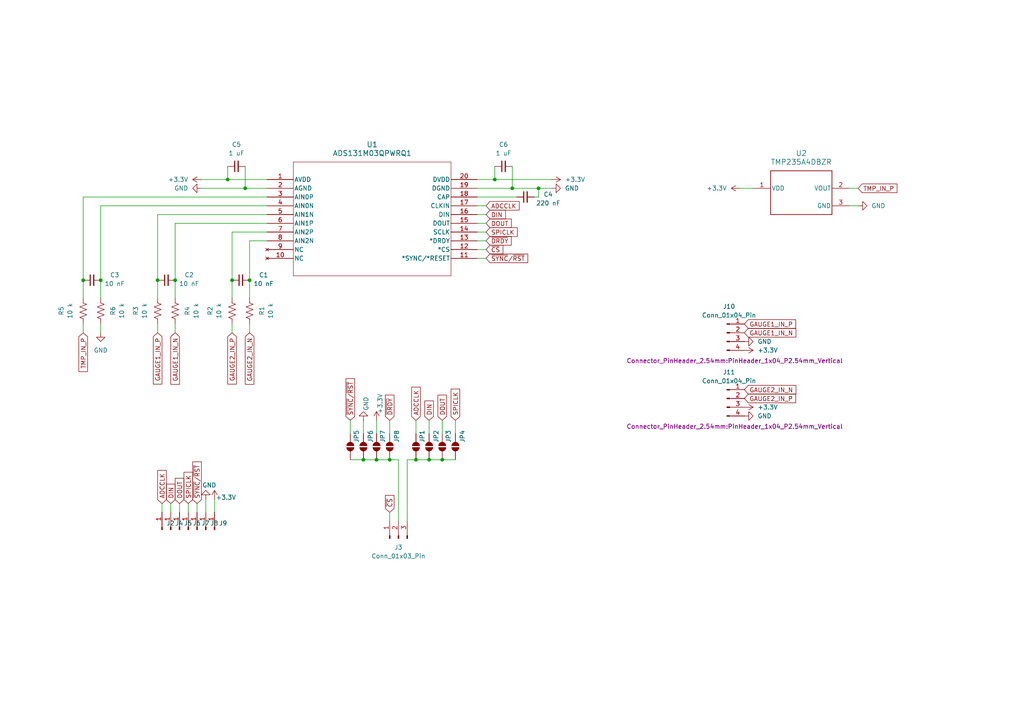
<source format=kicad_sch>
(kicad_sch (version 20250114) (generator "eeschema") (generator_version "9.0")
  (paper "A4")
  (lib_symbols
    (symbol "Connector:Conn_01x01_Pin" (pin_names (offset 1.016) (hide yes))
      (property "Reference" "J" (at 0 2.54 0))
      (property "Value" "Conn_01x01_Pin" (at 0 -2.54 0))
      (symbol "Conn_01x01_Pin_1_1"
        (rectangle (start 0.8636 0.127) (end 0 -0.127) (stroke (width 0.1524)) (fill (type outline)))
        (polyline (pts (xy 1.27 0) (xy 0.8636 0)) (stroke (width 0.1524)))
        (pin passive line (at 5.08 0 180) (length 3.81) (name "Pin_1") (number "1"))
      )
    )
    (symbol "Connector:Conn_01x03_Pin" (pin_names (offset 1.016) (hide yes))
      (property "Reference" "J" (at 0 5.08 0))
      (property "Value" "Conn_01x03_Pin" (at 0 -5.08 0))
      (symbol "Conn_01x03_Pin_1_1"
        (rectangle (start 0.8636 2.667) (end 0 2.413) (stroke (width 0.1524)) (fill (type outline)))
        (rectangle (start 0.8636 0.127) (end 0 -0.127) (stroke (width 0.1524)) (fill (type outline)))
        (rectangle (start 0.8636 -2.413) (end 0 -2.667) (stroke (width 0.1524)) (fill (type outline)))
        (polyline (pts (xy 1.27 2.54) (xy 0.8636 2.54)) (stroke (width 0.1524)))
        (polyline (pts (xy 1.27 0) (xy 0.8636 0)) (stroke (width 0.1524)))
        (polyline (pts (xy 1.27 -2.54) (xy 0.8636 -2.54)) (stroke (width 0.1524)))
        (pin passive line (at 5.08 2.54 180) (length 3.81) (name "Pin_1") (number "1"))
        (pin passive line (at 5.08 0 180) (length 3.81) (name "Pin_2") (number "2"))
        (pin passive line (at 5.08 -2.54 180) (length 3.81) (name "Pin_3") (number "3"))
      )
    )
    (symbol "Connector:Conn_01x04_Pin" (pin_names (offset 1.016) (hide yes))
      (property "Reference" "J" (at 0 5.08 0))
      (property "Value" "Conn_01x04_Pin" (at 0 -7.62 0))
      (symbol "Conn_01x04_Pin_1_1"
        (rectangle (start 0.8636 2.667) (end 0 2.413) (stroke (width 0.1524)) (fill (type outline)))
        (rectangle (start 0.8636 0.127) (end 0 -0.127) (stroke (width 0.1524)) (fill (type outline)))
        (rectangle (start 0.8636 -2.413) (end 0 -2.667) (stroke (width 0.1524)) (fill (type outline)))
        (rectangle (start 0.8636 -4.953) (end 0 -5.207) (stroke (width 0.1524)) (fill (type outline)))
        (polyline (pts (xy 1.27 2.54) (xy 0.8636 2.54)) (stroke (width 0.1524)))
        (polyline (pts (xy 1.27 0) (xy 0.8636 0)) (stroke (width 0.1524)))
        (polyline (pts (xy 1.27 -2.54) (xy 0.8636 -2.54)) (stroke (width 0.1524)))
        (polyline (pts (xy 1.27 -5.08) (xy 0.8636 -5.08)) (stroke (width 0.1524)))
        (pin passive line (at 5.08 2.54 180) (length 3.81) (name "Pin_1") (number "1"))
        (pin passive line (at 5.08 0 180) (length 3.81) (name "Pin_2") (number "2"))
        (pin passive line (at 5.08 -2.54 180) (length 3.81) (name "Pin_3") (number "3"))
        (pin passive line (at 5.08 -5.08 180) (length 3.81) (name "Pin_4") (number "4"))
      )
    )
    (symbol "Device:C_Small" (pin_numbers (hide yes)) (pin_names (offset 0.254) (hide yes))
      (property "Reference" "C" (at 0.254 1.778 0))
      (property "Value" "C_Small" (at 0.254 -2.032 0))
      (symbol "C_Small_0_1"
        (polyline (pts (xy -1.524 0.508) (xy 1.524 0.508)) (stroke (width 0.3048)))
        (polyline (pts (xy -1.524 -0.508) (xy 1.524 -0.508)) (stroke (width 0.3302)))
      )
      (symbol "C_Small_1_1"
        (pin passive line (at 0 2.54 270) (length 2.032) (name "~") (number "1"))
        (pin passive line (at 0 -2.54 90) (length 2.032) (name "~") (number "2"))
      )
    )
    (symbol "Device:R_US" (pin_numbers (hide yes)) (pin_names (offset 0))
      (property "Reference" "R" (at 2.54 0 90))
      (property "Value" "R_US" (at -2.54 0 90))
      (symbol "R_US_0_1"
        (polyline (pts (xy 0 2.286) (xy 0 2.54)))
        (polyline (pts (xy 0 2.286) (xy 1.016 1.905) (xy 0 1.524) (xy -1.016 1.143) (xy 0 0.762)))
        (polyline (pts (xy 0 0.762) (xy 1.016 0.381) (xy 0 0) (xy -1.016 -0.381) (xy 0 -0.762)))
        (polyline (pts (xy 0 -0.762) (xy 1.016 -1.143) (xy 0 -1.524) (xy -1.016 -1.905) (xy 0 -2.286)))
        (polyline (pts (xy 0 -2.286) (xy 0 -2.54)))
      )
      (symbol "R_US_1_1"
        (pin passive line (at 0 3.81 270) (length 1.27) (name "~") (number "1"))
        (pin passive line (at 0 -3.81 90) (length 1.27) (name "~") (number "2"))
      )
    )
    (symbol "FinLib:ADS131M03QPWRQ1" (pin_names (offset 0.254))
      (property "Reference" "U1" (at 30.48 10.16 0))
      (property "Value" "ADS131M03QPWRQ1" (at 30.48 7.62 0))
      (symbol "ADS131M03QPWRQ1_0_1"
        (polyline (pts (xy 7.62 5.08) (xy 7.62 -27.94)) (stroke (width 0.127)))
        (polyline (pts (xy 7.62 -27.94) (xy 53.34 -27.94)) (stroke (width 0.127)))
        (polyline (pts (xy 53.34 5.08) (xy 7.62 5.08)) (stroke (width 0.127)))
        (polyline (pts (xy 53.34 -27.94) (xy 53.34 5.08)) (stroke (width 0.127)))
        (pin power_in line (at 0 0 0) (length 7.62) (name "AVDD") (number "1"))
        (pin power_out line (at 0 -2.54 0) (length 7.62) (name "AGND") (number "2"))
        (pin unspecified line (at 0 -5.08 0) (length 7.62) (name "AIN0P") (number "3"))
        (pin unspecified line (at 0 -7.62 0) (length 7.62) (name "AIN0N") (number "4"))
        (pin unspecified line (at 0 -10.16 0) (length 7.62) (name "AIN1N") (number "5"))
        (pin unspecified line (at 0 -12.7 0) (length 7.62) (name "AIN1P") (number "6"))
        (pin unspecified line (at 0 -15.24 0) (length 7.62) (name "AIN2P") (number "7"))
        (pin unspecified line (at 0 -17.78 0) (length 7.62) (name "AIN2N") (number "8"))
        (pin no_connect line (at 0 -20.32 0) (length 7.62) (name "NC") (number "9"))
        (pin no_connect line (at 0 -22.86 0) (length 7.62) (name "NC") (number "10"))
        (pin power_out line (at 60.96 -2.54 180) (length 7.62) (name "DGND") (number "19"))
        (pin unspecified line (at 60.96 -5.08 180) (length 7.62) (name "CAP") (number "18"))
        (pin input line (at 60.96 -7.62 180) (length 7.62) (name "CLKIN") (number "17"))
        (pin input line (at 60.96 -10.16 180) (length 7.62) (name "DIN") (number "16"))
        (pin output line (at 60.96 -12.7 180) (length 7.62) (name "DOUT") (number "15"))
        (pin input line (at 60.96 -15.24 180) (length 7.62) (name "SCLK") (number "14"))
        (pin output line (at 60.96 -17.78 180) (length 7.62) (name "*DRDY") (number "13"))
        (pin input line (at 60.96 -20.32 180) (length 7.62) (name "*CS") (number "12"))
        (pin input line (at 60.96 -22.86 180) (length 7.62) (name "*SYNC/*RESET") (number "11"))
      )
      (symbol "ADS131M03QPWRQ1_1_1"
        (pin power_in line (at 60.96 0 180) (length 7.62) (name "DVDD") (number "20"))
      )
    )
    (symbol "FinLib:TMP235A4DBZR" (pin_names (offset 0.254))
      (property "Reference" "U" (at 0 2.54 0))
      (property "Value" "TMP235A4DBZR" (at 0 0 0))
      (symbol "TMP235A4DBZR_0_1"
        (polyline (pts (xy 5.08 5.08) (xy 5.08 -7.62)) (stroke (width 0.2032)))
        (polyline (pts (xy 5.08 -7.62) (xy 22.86 -7.62)) (stroke (width 0.2032)))
        (polyline (pts (xy 22.86 5.08) (xy 5.08 5.08)) (stroke (width 0.2032)))
        (polyline (pts (xy 22.86 -7.62) (xy 22.86 5.08)) (stroke (width 0.2032)))
        (pin power_in line (at 0 0 0) (length 5.08) (name "VDD") (number "1"))
        (pin unspecified line (at 27.94 0 180) (length 5.08) (name "VOUT") (number "2"))
        (pin power_in line (at 27.94 -5.08 180) (length 5.08) (name "GND") (number "3"))
      )
    )
    (symbol "Jumper:SolderJumper_2_Open" (pin_numbers (hide yes)) (pin_names (offset 0) (hide yes)) (in_bom no)
      (property "Reference" "JP" (at 0 2.032 0))
      (property "Value" "SolderJumper_2_Open" (at 0 -2.54 0))
      (symbol "SolderJumper_2_Open_0_1"
        (polyline (pts (xy -0.254 1.016) (xy -0.254 -1.016)))
        (arc (start -0.254 -1.016) (mid -1.2656 0) (end -0.254 1.016))
        (arc (start -0.254 -1.016) (mid -1.2656 0) (end -0.254 1.016) (fill (type outline)))
        (arc (start 0.254 1.016) (mid 1.2656 0) (end 0.254 -1.016))
        (arc (start 0.254 1.016) (mid 1.2656 0) (end 0.254 -1.016) (fill (type outline)))
        (polyline (pts (xy 0.254 1.016) (xy 0.254 -1.016)))
      )
      (symbol "SolderJumper_2_Open_1_1"
        (pin passive line (at -3.81 0 0) (length 2.54) (name "A") (number "1"))
        (pin passive line (at 3.81 0 180) (length 2.54) (name "B") (number "2"))
      )
    )
    (symbol "power:+3.3V" (power) (pin_numbers (hide yes)) (pin_names (offset 0) (hide yes))
      (property "Value" "+3.3V" (at 0 3.556 0))
      (symbol "+3.3V_0_1"
        (polyline (pts (xy -0.762 1.27) (xy 0 2.54)))
        (polyline (pts (xy 0 2.54) (xy 0.762 1.27)))
        (polyline (pts (xy 0 0) (xy 0 2.54)))
      )
      (symbol "+3.3V_1_1"
        (pin power_in line (at 0 0 90) (length 0) (name "~") (number "1"))
      )
    )
    (symbol "power:GND" (power) (pin_numbers (hide yes)) (pin_names (offset 0) (hide yes))
      (property "Value" "GND" (at 0 -3.81 0))
      (symbol "GND_0_1"
        (polyline (pts (xy 0 0) (xy 0 -1.27) (xy 1.27 -1.27) (xy 0 -2.54) (xy -1.27 -1.27) (xy 0 -1.27)))
      )
      (symbol "GND_1_1"
        (pin power_in line (at 0 0 270) (length 0) (name "~") (number "1"))
      )
    )
  )
  (junction (at 128.27 133.35))
  (junction (at 71.12 54.61))
  (junction (at 148.59 54.61))
  (junction (at 66.04 52.07))
  (junction (at 113.03 133.35))
  (junction (at 72.39 81.28))
  (junction (at 124.46 133.35))
  (junction (at 24.13 81.28))
  (junction (at 143.51 52.07))
  (junction (at 105.41 133.35))
  (junction (at 156.21 54.61))
  (junction (at 120.65 133.35))
  (junction (at 67.31 81.28))
  (junction (at 50.8 81.28))
  (junction (at 29.21 81.28))
  (junction (at 45.72 81.28))
  (junction (at 109.22 133.35))
  (wire (pts (xy 128.27 121.92) (xy 128.27 125.73)))
  (wire (pts (xy 115.57 133.35) (xy 115.57 151.13)))
  (wire (pts (xy 29.21 81.28) (xy 29.21 86.36)))
  (wire (pts (xy 138.43 72.39) (xy 140.97 72.39)))
  (wire (pts (xy 138.43 69.85) (xy 140.97 69.85)))
  (wire (pts (xy 113.03 148.59) (xy 113.03 151.13)))
  (wire (pts (xy 59.69 144.78) (xy 59.69 148.59)))
  (wire (pts (xy 138.43 64.77) (xy 140.97 64.77)))
  (wire (pts (xy 24.13 81.28) (xy 24.13 57.15)))
  (wire (pts (xy 24.13 57.15) (xy 77.47 57.15)))
  (wire (pts (xy 52.07 146.05) (xy 52.07 148.59)))
  (wire (pts (xy 71.12 48.26) (xy 71.12 54.61)))
  (wire (pts (xy 138.43 74.93) (xy 140.97 74.93)))
  (wire (pts (xy 113.03 133.35) (xy 115.57 133.35)))
  (wire (pts (xy 66.04 52.07) (xy 77.47 52.07)))
  (wire (pts (xy 138.43 59.69) (xy 140.97 59.69)))
  (wire (pts (xy 118.11 133.35) (xy 120.65 133.35)))
  (wire (pts (xy 29.21 93.98) (xy 29.21 96.52)))
  (wire (pts (xy 58.42 54.61) (xy 71.12 54.61)))
  (wire (pts (xy 50.8 81.28) (xy 50.8 86.36)))
  (wire (pts (xy 77.47 69.85) (xy 72.39 69.85)))
  (wire (pts (xy 156.21 57.15) (xy 156.21 54.61)))
  (wire (pts (xy 154.94 57.15) (xy 156.21 57.15)))
  (wire (pts (xy 72.39 69.85) (xy 72.39 81.28)))
  (wire (pts (xy 246.38 54.61) (xy 248.92 54.61)))
  (wire (pts (xy 120.65 133.35) (xy 124.46 133.35)))
  (wire (pts (xy 71.12 54.61) (xy 77.47 54.61)))
  (wire (pts (xy 77.47 67.31) (xy 67.31 67.31)))
  (wire (pts (xy 46.99 146.05) (xy 46.99 148.59)))
  (wire (pts (xy 24.13 93.98) (xy 24.13 96.52)))
  (wire (pts (xy 57.15 146.05) (xy 57.15 148.59)))
  (wire (pts (xy 138.43 67.31) (xy 140.97 67.31)))
  (wire (pts (xy 67.31 93.98) (xy 67.31 96.52)))
  (wire (pts (xy 109.22 121.92) (xy 109.22 125.73)))
  (wire (pts (xy 105.41 133.35) (xy 109.22 133.35)))
  (wire (pts (xy 124.46 133.35) (xy 128.27 133.35)))
  (wire (pts (xy 45.72 81.28) (xy 45.72 62.23)))
  (wire (pts (xy 138.43 52.07) (xy 143.51 52.07)))
  (wire (pts (xy 67.31 67.31) (xy 67.31 81.28)))
  (wire (pts (xy 58.42 52.07) (xy 66.04 52.07)))
  (wire (pts (xy 138.43 54.61) (xy 148.59 54.61)))
  (wire (pts (xy 49.53 146.05) (xy 49.53 148.59)))
  (wire (pts (xy 101.6 121.92) (xy 101.6 125.73)))
  (wire (pts (xy 138.43 57.15) (xy 149.86 57.15)))
  (wire (pts (xy 143.51 52.07) (xy 160.02 52.07)))
  (wire (pts (xy 29.21 81.28) (xy 29.21 59.69)))
  (wire (pts (xy 101.6 133.35) (xy 105.41 133.35)))
  (wire (pts (xy 45.72 81.28) (xy 45.72 86.36)))
  (wire (pts (xy 45.72 62.23) (xy 77.47 62.23)))
  (wire (pts (xy 50.8 81.28) (xy 50.8 64.77)))
  (wire (pts (xy 156.21 54.61) (xy 160.02 54.61)))
  (wire (pts (xy 143.51 48.26) (xy 143.51 52.07)))
  (wire (pts (xy 50.8 93.98) (xy 50.8 96.52)))
  (wire (pts (xy 113.03 121.92) (xy 113.03 125.73)))
  (wire (pts (xy 118.11 133.35) (xy 118.11 151.13)))
  (wire (pts (xy 124.46 121.92) (xy 124.46 125.73)))
  (wire (pts (xy 148.59 48.26) (xy 148.59 54.61)))
  (wire (pts (xy 246.38 59.69) (xy 248.92 59.69)))
  (wire (pts (xy 62.23 144.78) (xy 62.23 148.59)))
  (wire (pts (xy 67.31 81.28) (xy 67.31 86.36)))
  (wire (pts (xy 54.61 146.05) (xy 54.61 148.59)))
  (wire (pts (xy 50.8 64.77) (xy 77.47 64.77)))
  (wire (pts (xy 105.41 121.92) (xy 105.41 125.73)))
  (wire (pts (xy 45.72 93.98) (xy 45.72 96.52)))
  (wire (pts (xy 138.43 62.23) (xy 140.97 62.23)))
  (wire (pts (xy 72.39 81.28) (xy 72.39 86.36)))
  (wire (pts (xy 29.21 59.69) (xy 77.47 59.69)))
  (wire (pts (xy 66.04 48.26) (xy 66.04 52.07)))
  (wire (pts (xy 128.27 133.35) (xy 132.08 133.35)))
  (wire (pts (xy 214.63 54.61) (xy 218.44 54.61)))
  (wire (pts (xy 72.39 93.98) (xy 72.39 96.52)))
  (wire (pts (xy 109.22 133.35) (xy 113.03 133.35)))
  (wire (pts (xy 132.08 121.92) (xy 132.08 125.73)))
  (wire (pts (xy 148.59 54.61) (xy 156.21 54.61)))
  (wire (pts (xy 24.13 81.28) (xy 24.13 86.36)))
  (wire (pts (xy 120.65 121.92) (xy 120.65 125.73)))
  (global_label "~{SYNC}{slash}~{RST}" (shape input) (at 101.6 121.92 90) (property "Intersheetrefs" "${INTERSHEET_REFS}" (effects (hide yes))))
  (global_label "DIN" (shape input) (at 140.97 62.23 0) (property "Intersheetrefs" "${INTERSHEET_REFS}" (effects (hide yes))))
  (global_label "~{CS}" (shape input) (at 113.03 148.59 90) (property "Intersheetrefs" "${INTERSHEET_REFS}" (effects (hide yes))))
  (global_label "ADCCLK" (shape input) (at 120.65 121.92 90) (property "Intersheetrefs" "${INTERSHEET_REFS}" (effects (hide yes))))
  (global_label "GAUGE2_IN_P" (shape input) (at 215.9 115.57 0) (property "Intersheetrefs" "${INTERSHEET_REFS}" (effects (hide yes))))
  (global_label "~{CS}" (shape input) (at 140.97 72.39 0) (property "Intersheetrefs" "${INTERSHEET_REFS}" (effects (hide yes))))
  (global_label "DOUT" (shape input) (at 128.27 121.92 90) (property "Intersheetrefs" "${INTERSHEET_REFS}" (effects (hide yes))))
  (global_label "~{SYNC}{slash}~{RST}" (shape input) (at 140.97 74.93 0) (property "Intersheetrefs" "${INTERSHEET_REFS}" (effects (hide yes))))
  (global_label "DOUT" (shape input) (at 52.07 146.05 90) (property "Intersheetrefs" "${INTERSHEET_REFS}" (effects (hide yes))))
  (global_label "~{DRDY}" (shape input) (at 140.97 69.85 0) (property "Intersheetrefs" "${INTERSHEET_REFS}" (effects (hide yes))))
  (global_label "~{DRDY}" (shape input) (at 113.03 121.92 90) (property "Intersheetrefs" "${INTERSHEET_REFS}" (effects (hide yes))))
  (global_label "SPICLK" (shape input) (at 54.61 146.05 90) (property "Intersheetrefs" "${INTERSHEET_REFS}" (effects (hide yes))))
  (global_label "DIN" (shape input) (at 49.53 146.05 90) (property "Intersheetrefs" "${INTERSHEET_REFS}" (effects (hide yes))))
  (global_label "ADCCLK" (shape input) (at 140.97 59.69 0) (property "Intersheetrefs" "${INTERSHEET_REFS}" (effects (hide yes))))
  (global_label "GAUGE1_IN_N" (shape input) (at 215.9 96.52 0) (property "Intersheetrefs" "${INTERSHEET_REFS}" (effects (hide yes))))
  (global_label "TMP_IN_P" (shape input) (at 24.13 96.52 270) (property "Intersheetrefs" "${INTERSHEET_REFS}" (effects (hide yes))))
  (global_label "GAUGE1_IN_P" (shape input) (at 215.9 93.98 0) (property "Intersheetrefs" "${INTERSHEET_REFS}" (effects (hide yes))))
  (global_label "ADCCLK" (shape input) (at 46.99 146.05 90) (property "Intersheetrefs" "${INTERSHEET_REFS}" (effects (hide yes))))
  (global_label "GAUGE2_IN_N" (shape input) (at 72.39 96.52 270) (property "Intersheetrefs" "${INTERSHEET_REFS}" (effects (hide yes))))
  (global_label "SPICLK" (shape input) (at 132.08 121.92 90) (property "Intersheetrefs" "${INTERSHEET_REFS}" (effects (hide yes))))
  (global_label "GAUGE2_IN_N" (shape input) (at 215.9 113.03 0) (property "Intersheetrefs" "${INTERSHEET_REFS}" (effects (hide yes))))
  (global_label "DOUT" (shape input) (at 140.97 64.77 0) (property "Intersheetrefs" "${INTERSHEET_REFS}" (effects (hide yes))))
  (global_label "GAUGE1_IN_P" (shape input) (at 45.72 96.52 270) (property "Intersheetrefs" "${INTERSHEET_REFS}" (effects (hide yes))))
  (global_label "GAUGE1_IN_N" (shape input) (at 50.8 96.52 270) (property "Intersheetrefs" "${INTERSHEET_REFS}" (effects (hide yes))))
  (global_label "DIN" (shape input) (at 124.46 121.92 90) (property "Intersheetrefs" "${INTERSHEET_REFS}" (effects (hide yes))))
  (global_label "TMP_IN_P" (shape input) (at 248.92 54.61 0) (property "Intersheetrefs" "${INTERSHEET_REFS}" (effects (hide yes))))
  (global_label "GAUGE2_IN_P" (shape input) (at 67.31 96.52 270) (property "Intersheetrefs" "${INTERSHEET_REFS}" (effects (hide yes))))
  (global_label "SPICLK" (shape input) (at 140.97 67.31 0) (property "Intersheetrefs" "${INTERSHEET_REFS}" (effects (hide yes))))
  (global_label "~{SYNC}{slash}~{RST}" (shape input) (at 57.15 146.05 90) (property "Intersheetrefs" "${INTERSHEET_REFS}" (effects (hide yes))))
  (symbol (lib_id "power:GND") (at 105.41 121.92 180) (unit 1)
    (property "Reference" "#PWR011" (effects (hide yes)))
    (property "Value" "GND" (at 106.172 117.094 90))
    (property "Description" "Power symbol creates a global label with name \"GND\" , ground" (effects (hide yes)))
  )
  (symbol (lib_id "Connector:Conn_01x01_Pin") (at 62.23 153.67 90) (unit 1)
    (property "Reference" "J9" (at 63.5 151.7649 90) (effects (justify right)))
    (property "Value" "Conn_01x01_Pin" (effects (hide yes)))
    (property "Footprint" "Connector_PinHeader_2.54mm:PinHeader_1x01_P2.54mm_Vertical" (effects (hide yes)))
    (property "Description" "Generic connector, single row, 01x01, script generated" (effects (hide yes)))
  )
  (symbol (lib_id "Device:C_Small") (at 146.05 48.26 90) (unit 1)
    (property "Reference" "C6" (at 146.0563 41.91 90))
    (property "Value" "1 uF" (at 146.0563 44.45 90))
    (property "Footprint" "Capacitor_SMD:C_0603_1608Metric" (effects (hide yes)))
    (property "Description" "Unpolarized capacitor, small symbol" (effects (hide yes)))
  )
  (symbol (lib_id "power:GND") (at 160.02 54.61 90) (unit 1)
    (property "Reference" "#PWR03" (effects (hide yes)))
    (property "Value" "GND" (at 163.83 54.6099 90) (effects (justify right)))
    (property "Description" "Power symbol creates a global label with name \"GND\" , ground" (effects (hide yes)))
  )
  (symbol (lib_id "Connector:Conn_01x01_Pin") (at 52.07 153.67 90) (unit 1)
    (property "Reference" "J5" (at 53.34 151.7649 90) (effects (justify right)))
    (property "Value" "Conn_01x01_Pin" (effects (hide yes)))
    (property "Footprint" "Connector_PinHeader_2.54mm:PinHeader_1x01_P2.54mm_Vertical" (effects (hide yes)))
    (property "Description" "Generic connector, single row, 01x01, script generated" (effects (hide yes)))
  )
  (symbol (lib_id "Connector:Conn_01x01_Pin") (at 54.61 153.67 90) (unit 1)
    (property "Reference" "J6" (at 55.88 151.7649 90) (effects (justify right)))
    (property "Value" "Conn_01x01_Pin" (effects (hide yes)))
    (property "Footprint" "Connector_PinHeader_2.54mm:PinHeader_1x01_P2.54mm_Vertical" (effects (hide yes)))
    (property "Description" "Generic connector, single row, 01x01, script generated" (effects (hide yes)))
  )
  (symbol (lib_id "power:+3.3V") (at 109.22 121.92 0) (unit 1)
    (property "Reference" "#PWR012" (effects (hide yes)))
    (property "Value" "+3.3V" (at 110.236 117.094 90))
    (property "Description" "Power symbol creates a global label with name \"+3.3V\"" (effects (hide yes)))
  )
  (symbol (lib_id "power:+3.3V") (at 58.42 52.07 90) (unit 1)
    (property "Reference" "#PWR02" (effects (hide yes)))
    (property "Value" "+3.3V" (at 54.61 52.0699 90) (effects (justify left)))
    (property "Description" "Power symbol creates a global label with name \"+3.3V\"" (effects (hide yes)))
  )
  (symbol (lib_id "Jumper:SolderJumper_2_Open") (at 120.65 129.54 90) (unit 1) (in_bom no)
    (property "Reference" "JP1" (at 122.428 124.714 0) (effects (justify right)))
    (property "Value" "SolderJumper_2_Open" (effects (hide yes)))
    (property "Footprint" "Jumper:SolderJumper-2_P1.3mm_Open_RoundedPad1.0x1.5mm" (effects (hide yes)))
    (property "Description" "Solder Jumper, 2-pole, open" (effects (hide yes)))
  )
  (symbol (lib_id "power:GND") (at 58.42 54.61 270) (unit 1)
    (property "Reference" "#PWR01" (effects (hide yes)))
    (property "Value" "GND" (at 54.61 54.6099 90) (effects (justify right)))
    (property "Description" "Power symbol creates a global label with name \"GND\" , ground" (effects (hide yes)))
  )
  (symbol (lib_id "Jumper:SolderJumper_2_Open") (at 124.46 129.54 90) (unit 1) (in_bom no)
    (property "Reference" "JP2" (at 126.492 124.714 0) (effects (justify right)))
    (property "Value" "SolderJumper_2_Open" (effects (hide yes)))
    (property "Footprint" "Jumper:SolderJumper-2_P1.3mm_Open_RoundedPad1.0x1.5mm" (effects (hide yes)))
    (property "Description" "Solder Jumper, 2-pole, open" (effects (hide yes)))
  )
  (symbol (lib_id "Connector:Conn_01x01_Pin") (at 49.53 153.67 90) (unit 1)
    (property "Reference" "J4" (at 50.8 151.7649 90) (effects (justify right)))
    (property "Value" "Conn_01x01_Pin" (effects (hide yes)))
    (property "Footprint" "Connector_PinHeader_2.54mm:PinHeader_1x01_P2.54mm_Vertical" (effects (hide yes)))
    (property "Description" "Generic connector, single row, 01x01, script generated" (effects (hide yes)))
  )
  (symbol (lib_id "Connector:Conn_01x01_Pin") (at 57.15 153.67 90) (unit 1)
    (property "Reference" "J7" (at 58.42 151.7649 90) (effects (justify right)))
    (property "Value" "Conn_01x01_Pin" (effects (hide yes)))
    (property "Footprint" "Connector_PinHeader_2.54mm:PinHeader_1x01_P2.54mm_Vertical" (effects (hide yes)))
    (property "Description" "Generic connector, single row, 01x01, script generated" (effects (hide yes)))
  )
  (symbol (lib_id "power:GND") (at 215.9 120.65 90) (unit 1)
    (property "Reference" "#PWR015" (effects (hide yes)))
    (property "Value" "GND" (at 219.71 120.6499 90) (effects (justify right)))
    (property "Description" "Power symbol creates a global label with name \"GND\" , ground" (effects (hide yes)))
  )
  (symbol (lib_id "power:+3.3V") (at 62.23 144.78 0) (unit 1)
    (property "Reference" "#PWR010" (effects (hide yes)))
    (property "Value" "+3.3V" (at 65.532 144.272 0))
    (property "Description" "Power symbol creates a global label with name \"+3.3V\"" (effects (hide yes)))
  )
  (symbol (lib_id "Connector:Conn_01x01_Pin") (at 46.99 153.67 90) (unit 1)
    (property "Reference" "J2" (at 48.26 151.7649 90) (effects (justify right)))
    (property "Value" "Conn_01x01_Pin" (effects (hide yes)))
    (property "Footprint" "Connector_PinHeader_2.54mm:PinHeader_1x01_P2.54mm_Vertical" (effects (hide yes)))
    (property "Description" "Generic connector, single row, 01x01, script generated" (effects (hide yes)))
  )
  (symbol (lib_id "Jumper:SolderJumper_2_Open") (at 128.27 129.54 90) (unit 1) (in_bom no)
    (property "Reference" "JP3" (at 130.048 124.714 0) (effects (justify right)))
    (property "Value" "SolderJumper_2_Open" (effects (hide yes)))
    (property "Footprint" "Jumper:SolderJumper-2_P1.3mm_Open_RoundedPad1.0x1.5mm" (effects (hide yes)))
    (property "Description" "Solder Jumper, 2-pole, open" (effects (hide yes)))
  )
  (symbol (lib_id "Device:C_Small") (at 69.85 81.28 90) (unit 1)
    (property "Reference" "C1" (at 76.454 79.756 90))
    (property "Value" "10 nF" (at 76.454 82.296 90))
    (property "Footprint" "Capacitor_SMD:C_0603_1608Metric" (effects (hide yes)))
    (property "Description" "Unpolarized capacitor, small symbol" (effects (hide yes)))
  )
  (symbol (lib_id "Jumper:SolderJumper_2_Open") (at 132.08 129.54 90) (unit 1) (in_bom no)
    (property "Reference" "JP4" (at 134.112 124.714 0) (effects (justify right)))
    (property "Value" "SolderJumper_2_Open" (effects (hide yes)))
    (property "Footprint" "Jumper:SolderJumper-2_P1.3mm_Open_RoundedPad1.0x1.5mm" (effects (hide yes)))
    (property "Description" "Solder Jumper, 2-pole, open" (effects (hide yes)))
  )
  (symbol (lib_id "Device:C_Small") (at 26.67 81.28 90) (unit 1)
    (property "Reference" "C3" (at 33.274 79.756 90))
    (property "Value" "10 nF" (at 33.274 82.296 90))
    (property "Footprint" "Capacitor_SMD:C_0603_1608Metric" (effects (hide yes)))
    (property "Description" "Unpolarized capacitor, small symbol" (effects (hide yes)))
  )
  (symbol (lib_id "Device:C_Small") (at 48.26 81.28 90) (unit 1)
    (property "Reference" "C2" (at 54.864 79.756 90))
    (property "Value" "10 nF" (at 54.864 82.296 90))
    (property "Footprint" "Capacitor_SMD:C_0603_1608Metric" (effects (hide yes)))
    (property "Description" "Unpolarized capacitor, small symbol" (effects (hide yes)))
  )
  (symbol (lib_id "Connector:Conn_01x01_Pin") (at 59.69 153.67 90) (unit 1)
    (property "Reference" "J8" (at 60.96 151.7649 90) (effects (justify right)))
    (property "Value" "Conn_01x01_Pin" (effects (hide yes)))
    (property "Footprint" "Connector_PinHeader_2.54mm:PinHeader_1x01_P2.54mm_Vertical" (effects (hide yes)))
    (property "Description" "Generic connector, single row, 01x01, script generated" (effects (hide yes)))
  )
  (symbol (lib_id "power:+3.3V") (at 215.9 101.6 270) (unit 1)
    (property "Reference" "#PWR07" (effects (hide yes)))
    (property "Value" "+3.3V" (at 219.71 101.5999 90) (effects (justify left)))
    (property "Description" "Power symbol creates a global label with name \"+3.3V\"" (effects (hide yes)))
  )
  (symbol (lib_id "power:GND") (at 248.92 59.69 90) (unit 1)
    (property "Reference" "#PWR05" (effects (hide yes)))
    (property "Value" "GND" (at 252.73 59.6899 90) (effects (justify right)))
    (property "Description" "Power symbol creates a global label with name \"GND\" , ground" (effects (hide yes)))
  )
  (symbol (lib_id "FinLib:TMP235A4DBZR") (at 218.44 54.61 0) (unit 1)
    (property "Reference" "U2" (at 232.41 44.45 0) (effects (font (size 1.524 1.524))))
    (property "Value" "TMP235A4DBZR" (at 232.41 46.99 0) (effects (font (size 1.524 1.524))))
    (property "Footprint" "FinLib:TMP235A4DBZR" (effects (hide yes)))
    (property "Datasheet" "https://www.ti.com/lit/gpn/tmp235" (effects (hide yes)))
  )
  (symbol (lib_id "Device:R_US") (at 67.31 90.17 180) (unit 1)
    (property "Reference" "R2" (at 60.96 90.17 90))
    (property "Value" "10 k" (at 63.5 90.17 90))
    (property "Footprint" "Resistor_SMD:R_0603_1608Metric" (effects (hide yes)))
    (property "Description" "Resistor, US symbol" (effects (hide yes)))
  )
  (symbol (lib_id "power:+3.3V") (at 215.9 118.11 270) (unit 1)
    (property "Reference" "#PWR014" (effects (hide yes)))
    (property "Value" "+3.3V" (at 219.71 118.1099 90) (effects (justify left)))
    (property "Description" "Power symbol creates a global label with name \"+3.3V\"" (effects (hide yes)))
  )
  (symbol (lib_id "Connector:Conn_01x04_Pin") (at 210.82 115.57 0) (unit 1)
    (property "Reference" "J11" (at 211.455 107.95 0))
    (property "Value" "Conn_01x04_Pin" (at 211.455 110.49 0))
    (property "Footprint" "Connector_PinHeader_2.54mm:PinHeader_1x04_P2.54mm_Vertical" (at 213.106 123.698 0))
    (property "Description" "Generic connector, single row, 01x04, script generated" (effects (hide yes)))
  )
  (symbol (lib_id "Device:R_US") (at 50.8 90.17 0) (unit 1)
    (property "Reference" "R4" (at 54.356 90.17 90))
    (property "Value" "10 k" (at 56.896 90.17 90))
    (property "Footprint" "Resistor_SMD:R_0603_1608Metric" (effects (hide yes)))
    (property "Description" "Resistor, US symbol" (effects (hide yes)))
  )
  (symbol (lib_id "Device:R_US") (at 45.72 90.17 180) (unit 1)
    (property "Reference" "R3" (at 39.37 90.17 90))
    (property "Value" "10 k" (at 41.91 90.17 90))
    (property "Footprint" "Resistor_SMD:R_0603_1608Metric" (effects (hide yes)))
    (property "Description" "Resistor, US symbol" (effects (hide yes)))
  )
  (symbol (lib_id "Device:C_Small") (at 68.58 48.26 90) (unit 1)
    (property "Reference" "C5" (at 68.5863 41.91 90))
    (property "Value" "1 uF" (at 68.5863 44.45 90))
    (property "Footprint" "Capacitor_SMD:C_0603_1608Metric" (effects (hide yes)))
    (property "Description" "Unpolarized capacitor, small symbol" (effects (hide yes)))
  )
  (symbol (lib_id "Connector:Conn_01x04_Pin") (at 210.82 96.52 0) (unit 1)
    (property "Reference" "J10" (at 211.455 88.9 0))
    (property "Value" "Conn_01x04_Pin" (at 211.455 91.44 0))
    (property "Footprint" "Connector_PinHeader_2.54mm:PinHeader_1x04_P2.54mm_Vertical" (at 213.106 104.648 0))
    (property "Description" "Generic connector, single row, 01x04, script generated" (effects (hide yes)))
  )
  (symbol (lib_id "Jumper:SolderJumper_2_Open") (at 109.22 129.54 90) (unit 1) (in_bom no)
    (property "Reference" "JP7" (at 110.998 124.714 0) (effects (justify right)))
    (property "Value" "SolderJumper_2_Open" (effects (hide yes)))
    (property "Footprint" "Jumper:SolderJumper-2_P1.3mm_Open_RoundedPad1.0x1.5mm" (effects (hide yes)))
    (property "Description" "Solder Jumper, 2-pole, open" (effects (hide yes)))
  )
  (symbol (lib_id "Connector:Conn_01x03_Pin") (at 115.57 156.21 90) (unit 1)
    (property "Reference" "J3" (at 115.57 158.75 90))
    (property "Value" "Conn_01x03_Pin" (at 115.57 161.29 90))
    (property "Footprint" "Connector_PinHeader_2.54mm:PinHeader_1x03_P2.54mm_Vertical" (effects (hide yes)))
    (property "Description" "Generic connector, single row, 01x03, script generated" (effects (hide yes)))
  )
  (symbol (lib_id "Device:R_US") (at 29.21 90.17 0) (unit 1)
    (property "Reference" "R6" (at 32.766 90.17 90))
    (property "Value" "10 k" (at 35.306 90.17 90))
    (property "Footprint" "Resistor_SMD:R_0603_1608Metric" (effects (hide yes)))
    (property "Description" "Resistor, US symbol" (effects (hide yes)))
  )
  (symbol (lib_id "Jumper:SolderJumper_2_Open") (at 113.03 129.54 90) (unit 1) (in_bom no)
    (property "Reference" "JP8" (at 115.062 124.714 0) (effects (justify right)))
    (property "Value" "SolderJumper_2_Open" (effects (hide yes)))
    (property "Footprint" "Jumper:SolderJumper-2_P1.3mm_Open_RoundedPad1.0x1.5mm" (effects (hide yes)))
    (property "Description" "Solder Jumper, 2-pole, open" (effects (hide yes)))
  )
  (symbol (lib_id "power:GND") (at 215.9 99.06 90) (unit 1)
    (property "Reference" "#PWR06" (effects (hide yes)))
    (property "Value" "GND" (at 219.71 99.0599 90) (effects (justify right)))
    (property "Description" "Power symbol creates a global label with name \"GND\" , ground" (effects (hide yes)))
  )
  (symbol (lib_id "power:GND") (at 59.69 144.78 180) (unit 1)
    (property "Reference" "#PWR09" (effects (hide yes)))
    (property "Value" "GND" (at 60.706 140.716 0))
    (property "Description" "Power symbol creates a global label with name \"GND\" , ground" (effects (hide yes)))
  )
  (symbol (lib_id "Device:R_US") (at 24.13 90.17 180) (unit 1)
    (property "Reference" "R5" (at 17.78 90.17 90))
    (property "Value" "10 k" (at 20.32 90.17 90))
    (property "Footprint" "Resistor_SMD:R_0603_1608Metric" (effects (hide yes)))
    (property "Description" "Resistor, US symbol" (effects (hide yes)))
  )
  (symbol (lib_id "Jumper:SolderJumper_2_Open") (at 101.6 129.54 90) (unit 1) (in_bom no)
    (property "Reference" "JP5" (at 103.378 124.714 0) (effects (justify right)))
    (property "Value" "SolderJumper_2_Open" (effects (hide yes)))
    (property "Footprint" "Jumper:SolderJumper-2_P1.3mm_Open_RoundedPad1.0x1.5mm" (effects (hide yes)))
    (property "Description" "Solder Jumper, 2-pole, open" (effects (hide yes)))
  )
  (symbol (lib_id "Device:R_US") (at 72.39 90.17 0) (unit 1)
    (property "Reference" "R1" (at 75.946 90.17 90))
    (property "Value" "10 k" (at 78.486 90.17 90))
    (property "Footprint" "Resistor_SMD:R_0603_1608Metric" (effects (hide yes)))
    (property "Description" "Resistor, US symbol" (effects (hide yes)))
  )
  (symbol (lib_id "power:+3.3V") (at 214.63 54.61 90) (unit 1)
    (property "Reference" "#PWR04" (effects (hide yes)))
    (property "Value" "+3.3V" (at 210.82 54.6099 90) (effects (justify left)))
    (property "Description" "Power symbol creates a global label with name \"+3.3V\"" (effects (hide yes)))
  )
  (symbol (lib_id "FinLib:ADS131M03QPWRQ1") (at 77.47 52.07 0) (unit 1)
    (property "Reference" "U1" (at 107.95 41.91 0) (effects (font (size 1.524 1.524))))
    (property "Value" "ADS131M03QPWRQ1" (at 107.95 44.45 0) (effects (font (size 1.524 1.524))))
    (property "Footprint" "FinLib:ADS131M03" (effects (hide yes)))
    (property "Datasheet" "https://www.ti.com/lit/gpn/ads131m03-q1" (effects (hide yes)))
  )
  (symbol (lib_id "power:GND") (at 29.21 96.52 0) (unit 1)
    (property "Reference" "#PWR013" (effects (hide yes)))
    (property "Value" "GND" (at 29.21 101.6 0))
    (property "Description" "Power symbol creates a global label with name \"GND\" , ground" (effects (hide yes)))
  )
  (symbol (lib_id "power:+3.3V") (at 160.02 52.07 270) (unit 1)
    (property "Reference" "#PWR08" (effects (hide yes)))
    (property "Value" "+3.3V" (at 163.83 52.0699 90) (effects (justify left)))
    (property "Description" "Power symbol creates a global label with name \"+3.3V\"" (effects (hide yes)))
  )
  (symbol (lib_id "Device:C_Small") (at 152.4 57.15 90) (unit 1)
    (property "Reference" "C4" (at 159.004 56.388 90))
    (property "Value" "220 nF" (at 159.004 58.928 90))
    (property "Footprint" "Capacitor_SMD:C_0603_1608Metric" (effects (hide yes)))
    (property "Description" "Unpolarized capacitor, small symbol" (effects (hide yes)))
  )
  (symbol (lib_id "Jumper:SolderJumper_2_Open") (at 105.41 129.54 90) (unit 1) (in_bom no)
    (property "Reference" "JP6" (at 107.442 124.714 0) (effects (justify right)))
    (property "Value" "SolderJumper_2_Open" (effects (hide yes)))
    (property "Footprint" "Jumper:SolderJumper-2_P1.3mm_Open_RoundedPad1.0x1.5mm" (effects (hide yes)))
    (property "Description" "Solder Jumper, 2-pole, open" (effects (hide yes)))
  )
)
</source>
